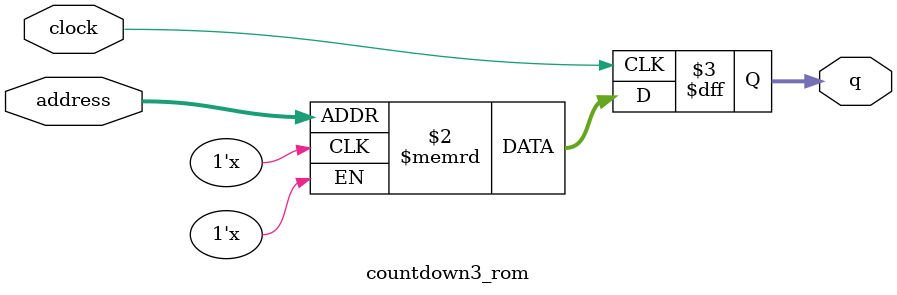
<source format=sv>
module countdown3_rom (
	input logic clock,
	input logic [11:0] address,
	output logic [1:0] q
);

logic [1:0] memory [0:4095] /* synthesis ram_init_file = "./countdown3/countdown3.mif" */;

always_ff @ (posedge clock) begin
	q <= memory[address];
end

endmodule

</source>
